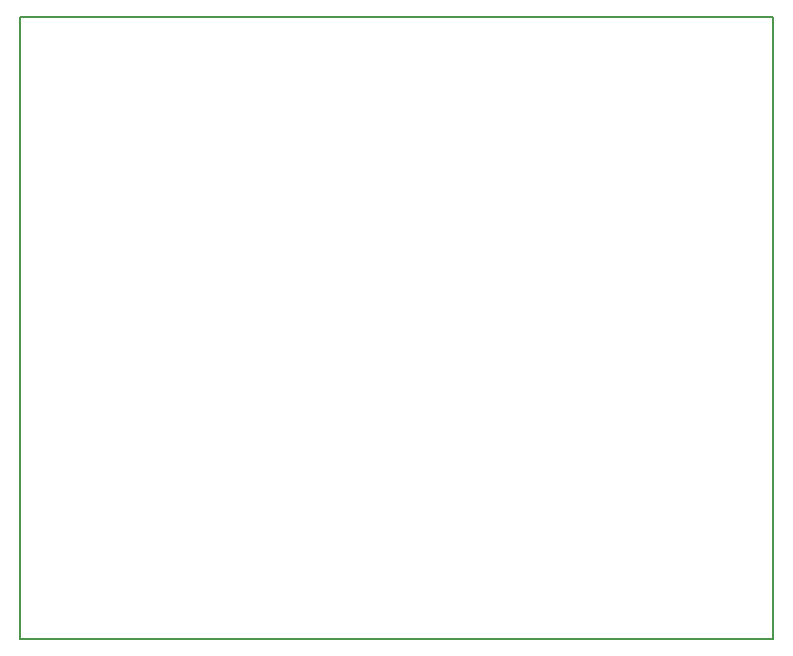
<source format=gbr>
%TF.GenerationSoftware,KiCad,Pcbnew,9.0.2*%
%TF.CreationDate,2025-08-22T10:47:20-03:00*%
%TF.ProjectId,Projeto SIllion,50726f6a-6574-46f2-9053-496c6c696f6e,rev?*%
%TF.SameCoordinates,Original*%
%TF.FileFunction,Profile,NP*%
%FSLAX46Y46*%
G04 Gerber Fmt 4.6, Leading zero omitted, Abs format (unit mm)*
G04 Created by KiCad (PCBNEW 9.0.2) date 2025-08-22 10:47:20*
%MOMM*%
%LPD*%
G01*
G04 APERTURE LIST*
%TA.AperFunction,Profile*%
%ADD10C,0.200000*%
%TD*%
G04 APERTURE END LIST*
D10*
X93400000Y-65850000D02*
X157150000Y-65850000D01*
X157150000Y-118550000D01*
X93400000Y-118550000D01*
X93400000Y-65850000D01*
M02*

</source>
